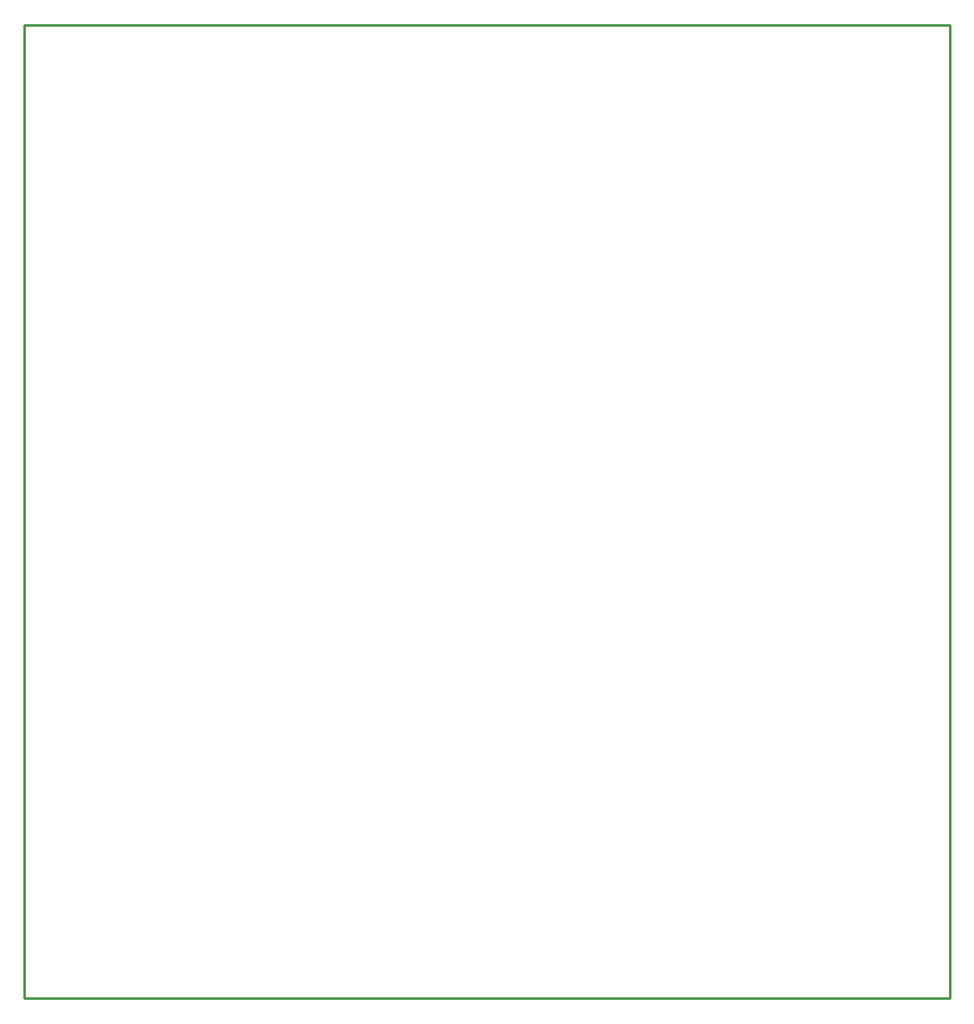
<source format=gbr>
G04 EAGLE Gerber RS-274X export*
G75*
%MOMM*%
%FSLAX34Y34*%
%LPD*%
%IN*%
%IPPOS*%
%AMOC8*
5,1,8,0,0,1.08239X$1,22.5*%
G01*
G04 Define Apertures*
%ADD10C,0.254000*%
D10*
X12700Y-25400D02*
X952300Y-25400D01*
X952300Y961900D01*
X12700Y961900D01*
X12700Y-25400D01*
M02*

</source>
